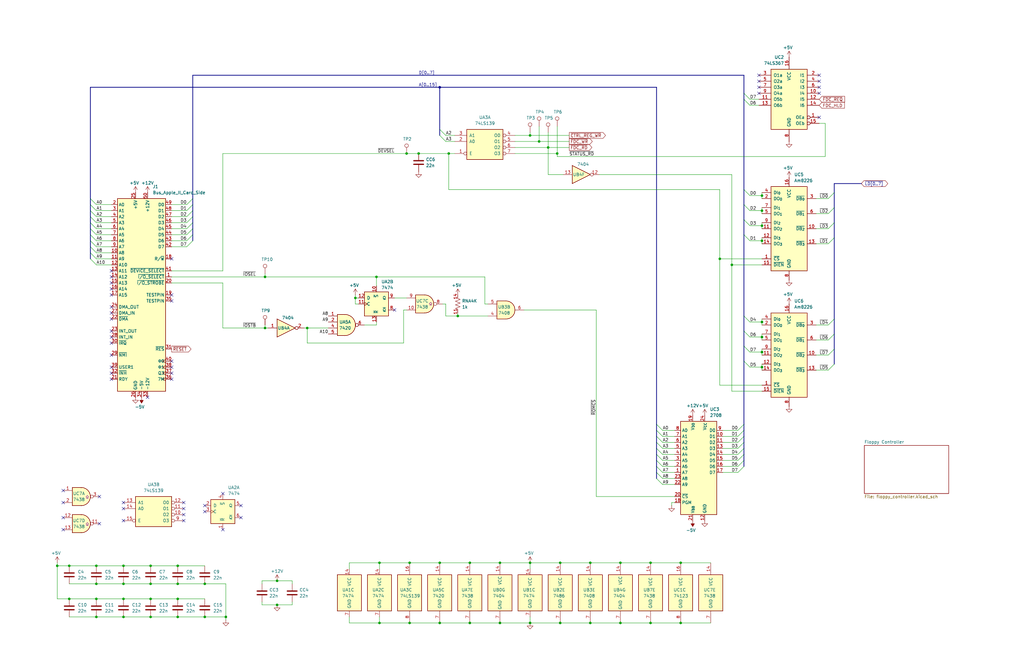
<source format=kicad_sch>
(kicad_sch (version 20250114) (generator "eeschema") (generator_version "9.0")
  (paper "USLedger")
  (title_block (title "S.V.A. Apple Disk Controller") (date "2026-01-05") (rev "9-007-001") (comment 2 "captured by Mark Aikens") (comment 3 "by Sorrento Valley Associates") (comment 4 "8\" Floppy disk controller for Apple II computers"))
  (junction (at 248.92 262.89))
  (junction (at 248.92 237.49))
  (junction (at 185.42 237.49))
  (junction (at 210.82 262.89))
  (junction (at 74.93 246.38))
  (junction (at 198.12 262.89))
  (junction (at 129.54 138.43))
  (junction (at 160.02 262.89))
  (junction (at 193.04 133.35))
  (junction (at 185.42 262.89))
  (junction (at 287.02 262.89))
  (junction (at 189.23 64.77))
  (junction (at 261.62 237.49))
  (junction (at 236.22 237.49))
  (junction (at 95.25 260.35))
  (junction (at 52.07 246.38))
  (junction (at 158.75 116.84))
  (junction (at 321.31 135.89))
  (junction (at 40.64 238.76))
  (junction (at 321.31 142.24))
  (junction (at 160.02 237.49))
  (junction (at 176.53 64.77))
  (junction (at 116.84 245.11))
  (junction (at 116.84 255.27))
  (junction (at 236.22 262.89))
  (junction (at 40.64 246.38))
  (junction (at 321.31 82.55))
  (junction (at 149.86 125.73))
  (junction (at 185.42 36.83))
  (junction (at 223.52 237.49))
  (junction (at 198.12 237.49))
  (junction (at 52.07 252.73))
  (junction (at 210.82 237.49))
  (junction (at 321.31 95.25))
  (junction (at 321.31 154.94))
  (junction (at 63.5 252.73))
  (junction (at 74.93 260.35))
  (junction (at 261.62 262.89))
  (junction (at 287.02 237.49))
  (junction (at 63.5 246.38))
  (junction (at 29.21 252.73))
  (junction (at 172.72 237.49))
  (junction (at 274.32 262.89))
  (junction (at 111.76 138.43))
  (junction (at 223.52 262.89))
  (junction (at 74.93 252.73))
  (junction (at 321.31 88.9))
  (junction (at 303.53 109.22))
  (junction (at 86.36 246.38))
  (junction (at 321.31 148.59))
  (junction (at 231.14 62.23))
  (junction (at 63.5 238.76))
  (junction (at 308.61 111.76))
  (junction (at 40.64 260.35))
  (junction (at 111.76 116.84))
  (junction (at 86.36 260.35))
  (junction (at 52.07 238.76))
  (junction (at 24.13 238.76))
  (junction (at 52.07 260.35))
  (junction (at 234.95 64.77))
  (junction (at 63.5 260.35))
  (junction (at 321.31 101.6))
  (junction (at 172.72 262.89))
  (junction (at 274.32 237.49))
  (junction (at 40.64 252.73))
  (junction (at 223.52 57.15))
  (junction (at 227.33 59.69))
  (junction (at 74.93 238.76))
  (junction (at 171.45 64.77))
  (junction (at 29.21 238.76))
  (no_connect (at 26.67 212.09))
  (no_connect (at 72.39 127))
  (no_connect (at 345.44 34.29))
  (no_connect (at 72.39 124.46))
  (no_connect (at 46.99 129.54))
  (no_connect (at 72.39 160.02))
  (no_connect (at 345.44 31.75))
  (no_connect (at 46.99 142.24))
  (no_connect (at 86.36 213.36))
  (no_connect (at 46.99 149.86))
  (no_connect (at 72.39 152.4))
  (no_connect (at 72.39 109.22))
  (no_connect (at 46.99 160.02))
  (no_connect (at 345.44 49.53))
  (no_connect (at 101.6 213.36))
  (no_connect (at 72.39 157.48))
  (no_connect (at 320.04 39.37))
  (no_connect (at 345.44 36.83))
  (no_connect (at 166.37 130.81))
  (no_connect (at 72.39 154.94))
  (no_connect (at 77.47 214.63))
  (no_connect (at 46.99 154.94))
  (no_connect (at 62.23 167.64))
  (no_connect (at 46.99 119.38))
  (no_connect (at 101.6 218.44))
  (no_connect (at 345.44 39.37))
  (no_connect (at 77.47 212.09))
  (no_connect (at 320.04 34.29))
  (no_connect (at 86.36 215.9))
  (no_connect (at 93.98 208.28))
  (no_connect (at 46.99 132.08))
  (no_connect (at 52.07 214.63))
  (no_connect (at 320.04 31.75))
  (no_connect (at 46.99 144.78))
  (no_connect (at 46.99 116.84))
  (no_connect (at 77.47 217.17))
  (no_connect (at 41.91 209.55))
  (no_connect (at 26.67 223.52))
  (no_connect (at 52.07 219.71))
  (no_connect (at 46.99 114.3))
  (no_connect (at 26.67 218.44))
  (no_connect (at 46.99 134.62))
  (no_connect (at 52.07 212.09))
  (no_connect (at 41.91 220.98))
  (no_connect (at 46.99 157.48))
  (no_connect (at 46.99 121.92))
  (no_connect (at 320.04 36.83))
  (no_connect (at 77.47 219.71))
  (no_connect (at 93.98 223.52))
  (no_connect (at 26.67 207.01))
  (no_connect (at 46.99 139.7))
  (no_connect (at 46.99 124.46))
  (bus_entry (at 279.4 201.93) (size -2.54 -2.54))
  (bus_entry (at 316.23 44.45) (size -2.54 -2.54))
  (bus_entry (at 349.25 83.82) (size 2.54 -2.54))
  (bus_entry (at 311.15 189.23) (size 2.54 -2.54))
  (bus_entry (at 316.23 95.25) (size -2.54 -2.54))
  (bus_entry (at 349.25 137.16) (size 2.54 -2.54))
  (bus_entry (at 279.4 181.61) (size -2.54 -2.54))
  (bus_entry (at 40.64 93.98) (size -2.54 -2.54))
  (bus_entry (at 40.64 106.68) (size -2.54 -2.54))
  (bus_entry (at 279.4 194.31) (size -2.54 -2.54))
  (bus_entry (at 349.25 156.21) (size 2.54 -2.54))
  (bus_entry (at 349.25 143.51) (size 2.54 -2.54))
  (bus_entry (at 311.15 184.15) (size 2.54 -2.54))
  (bus_entry (at 316.23 154.94) (size -2.54 -2.54))
  (bus_entry (at 316.23 41.91) (size -2.54 -2.54))
  (bus_entry (at 78.74 93.98) (size 2.54 -2.54))
  (bus_entry (at 316.23 82.55) (size -2.54 -2.54))
  (bus_entry (at 78.74 96.52) (size 2.54 -2.54))
  (bus_entry (at 316.23 101.6) (size -2.54 -2.54))
  (bus_entry (at 279.4 191.77) (size -2.54 -2.54))
  (bus_entry (at 78.74 99.06) (size 2.54 -2.54))
  (bus_entry (at 316.23 135.89) (size -2.54 -2.54))
  (bus_entry (at 40.64 109.22) (size -2.54 -2.54))
  (bus_entry (at 40.64 88.9) (size -2.54 -2.54))
  (bus_entry (at 311.15 199.39) (size 2.54 -2.54))
  (bus_entry (at 187.96 59.69) (size -2.54 -2.54))
  (bus_entry (at 311.15 196.85) (size 2.54 -2.54))
  (bus_entry (at 311.15 191.77) (size 2.54 -2.54))
  (bus_entry (at 311.15 181.61) (size 2.54 -2.54))
  (bus_entry (at 316.23 142.24) (size -2.54 -2.54))
  (bus_entry (at 40.64 91.44) (size -2.54 -2.54))
  (bus_entry (at 40.64 96.52) (size -2.54 -2.54))
  (bus_entry (at 349.25 96.52) (size 2.54 -2.54))
  (bus_entry (at 78.74 91.44) (size 2.54 -2.54))
  (bus_entry (at 279.4 184.15) (size -2.54 -2.54))
  (bus_entry (at 349.25 149.86) (size 2.54 -2.54))
  (bus_entry (at 40.64 101.6) (size -2.54 -2.54))
  (bus_entry (at 316.23 148.59) (size -2.54 -2.54))
  (bus_entry (at 187.96 57.15) (size -2.54 -2.54))
  (bus_entry (at 279.4 199.39) (size -2.54 -2.54))
  (bus_entry (at 349.25 102.87) (size 2.54 -2.54))
  (bus_entry (at 279.4 189.23) (size -2.54 -2.54))
  (bus_entry (at 40.64 111.76) (size -2.54 -2.54))
  (bus_entry (at 78.74 104.14) (size 2.54 -2.54))
  (bus_entry (at 78.74 86.36) (size 2.54 -2.54))
  (bus_entry (at 349.25 90.17) (size 2.54 -2.54))
  (bus_entry (at 78.74 101.6) (size 2.54 -2.54))
  (bus_entry (at 78.74 88.9) (size 2.54 -2.54))
  (bus_entry (at 279.4 196.85) (size -2.54 -2.54))
  (bus_entry (at 316.23 88.9) (size -2.54 -2.54))
  (bus_entry (at 40.64 104.14) (size -2.54 -2.54))
  (bus_entry (at 311.15 194.31) (size 2.54 -2.54))
  (bus_entry (at 311.15 186.69) (size 2.54 -2.54))
  (bus_entry (at 279.4 186.69) (size -2.54 -2.54))
  (bus_entry (at 40.64 86.36) (size -2.54 -2.54))
  (bus_entry (at 279.4 204.47) (size -2.54 -2.54))
  (bus_entry (at 40.64 99.06) (size -2.54 -2.54))
  (wire (pts (xy 251.46 130.81) (xy 251.46 209.55)))
  (wire (pts (xy 344.17 90.17) (xy 349.25 90.17)))
  (wire (pts (xy 40.64 238.76) (xy 52.07 238.76)))
  (wire (pts (xy 93.98 114.3) (xy 72.39 114.3)))
  (wire (pts (xy 193.04 133.35) (xy 205.74 133.35)))
  (wire (pts (xy 304.8 184.15) (xy 311.15 184.15)))
  (wire (pts (xy 240.03 59.69) (xy 227.33 59.69)))
  (bus (pts (xy 81.28 93.98) (xy 81.28 91.44)))
  (wire (pts (xy 95.25 260.35) (xy 95.25 261.62)))
  (bus (pts (xy 351.79 93.98) (xy 351.79 100.33)))
  (bus (pts (xy 81.28 88.9) (xy 81.28 86.36)))
  (bus (pts (xy 185.42 36.83) (xy 276.86 36.83)))
  (bus (pts (xy 276.86 184.15) (xy 276.86 186.69)))
  (wire (pts (xy 24.13 252.73) (xy 24.13 238.76)))
  (wire (pts (xy 316.23 142.24) (xy 321.31 142.24)))
  (wire (pts (xy 227.33 53.34) (xy 227.33 59.69)))
  (bus (pts (xy 313.69 41.91) (xy 313.69 80.01)))
  (bus (pts (xy 313.69 31.75) (xy 313.69 39.37)))
  (wire (pts (xy 251.46 209.55) (xy 284.48 209.55)))
  (wire (pts (xy 240.03 62.23) (xy 231.14 62.23)))
  (wire (pts (xy 344.17 102.87) (xy 349.25 102.87)))
  (bus (pts (xy 351.79 147.32) (xy 351.79 153.67)))
  (wire (pts (xy 74.93 238.76) (xy 86.36 238.76)))
  (wire (pts (xy 149.86 125.73) (xy 151.13 125.73)))
  (wire (pts (xy 279.4 184.15) (xy 284.48 184.15)))
  (wire (pts (xy 116.84 255.27) (xy 110.49 255.27)))
  (wire (pts (xy 40.64 99.06) (xy 46.99 99.06)))
  (bus (pts (xy 276.86 36.83) (xy 276.86 179.07)))
  (wire (pts (xy 217.17 59.69) (xy 227.33 59.69)))
  (wire (pts (xy 344.17 156.21) (xy 349.25 156.21)))
  (wire (pts (xy 303.53 109.22) (xy 321.31 109.22)))
  (wire (pts (xy 160.02 260.35) (xy 160.02 262.89)))
  (bus (pts (xy 276.86 191.77) (xy 276.86 194.31)))
  (wire (pts (xy 187.96 133.35) (xy 187.96 128.27)))
  (wire (pts (xy 304.8 196.85) (xy 311.15 196.85)))
  (wire (pts (xy 321.31 82.55) (xy 321.31 83.82)))
  (bus (pts (xy 38.1 93.98) (xy 38.1 96.52)))
  (wire (pts (xy 347.98 66.04) (xy 347.98 52.07)))
  (wire (pts (xy 40.64 260.35) (xy 52.07 260.35)))
  (bus (pts (xy 276.86 194.31) (xy 276.86 196.85)))
  (wire (pts (xy 40.64 106.68) (xy 46.99 106.68)))
  (wire (pts (xy 149.86 125.73) (xy 149.86 128.27)))
  (wire (pts (xy 347.98 52.07) (xy 345.44 52.07)))
  (wire (pts (xy 279.4 204.47) (xy 284.48 204.47)))
  (wire (pts (xy 74.93 246.38) (xy 86.36 246.38)))
  (wire (pts (xy 321.31 101.6) (xy 321.31 102.87)))
  (wire (pts (xy 111.76 137.16) (xy 111.76 138.43)))
  (wire (pts (xy 123.19 254) (xy 123.19 255.27)))
  (bus (pts (xy 81.28 96.52) (xy 81.28 93.98)))
  (bus (pts (xy 313.69 92.71) (xy 313.69 99.06)))
  (wire (pts (xy 223.52 55.88) (xy 223.52 57.15)))
  (bus (pts (xy 313.69 191.77) (xy 313.69 194.31)))
  (wire (pts (xy 158.75 116.84) (xy 204.47 116.84)))
  (bus (pts (xy 351.79 140.97) (xy 351.79 147.32)))
  (bus (pts (xy 185.42 36.83) (xy 185.42 54.61)))
  (bus (pts (xy 81.28 99.06) (xy 81.28 96.52)))
  (wire (pts (xy 316.23 95.25) (xy 321.31 95.25)))
  (wire (pts (xy 110.49 245.11) (xy 110.49 246.38)))
  (wire (pts (xy 204.47 116.84) (xy 204.47 128.27)))
  (wire (pts (xy 111.76 115.57) (xy 111.76 116.84)))
  (wire (pts (xy 321.31 140.97) (xy 321.31 142.24)))
  (bus (pts (xy 351.79 134.62) (xy 351.79 140.97)))
  (wire (pts (xy 123.19 255.27) (xy 116.84 255.27)))
  (wire (pts (xy 344.17 149.86) (xy 349.25 149.86)))
  (wire (pts (xy 40.64 93.98) (xy 46.99 93.98)))
  (wire (pts (xy 223.52 237.49) (xy 223.52 240.03)))
  (wire (pts (xy 308.61 73.66) (xy 308.61 111.76)))
  (wire (pts (xy 24.13 237.49) (xy 24.13 238.76)))
  (wire (pts (xy 123.19 245.11) (xy 123.19 246.38)))
  (wire (pts (xy 321.31 148.59) (xy 321.31 147.32)))
  (wire (pts (xy 72.39 104.14) (xy 78.74 104.14)))
  (wire (pts (xy 93.98 138.43) (xy 111.76 138.43)))
  (wire (pts (xy 279.4 181.61) (xy 284.48 181.61)))
  (wire (pts (xy 321.31 100.33) (xy 321.31 101.6)))
  (bus (pts (xy 351.79 81.28) (xy 351.79 87.63)))
  (wire (pts (xy 344.17 96.52) (xy 349.25 96.52)))
  (wire (pts (xy 321.31 134.62) (xy 321.31 135.89)))
  (wire (pts (xy 63.5 252.73) (xy 74.93 252.73)))
  (wire (pts (xy 234.95 64.77) (xy 217.17 64.77)))
  (wire (pts (xy 316.23 88.9) (xy 321.31 88.9)))
  (wire (pts (xy 40.64 252.73) (xy 52.07 252.73)))
  (wire (pts (xy 234.95 66.04) (xy 347.98 66.04)))
  (wire (pts (xy 321.31 148.59) (xy 321.31 149.86)))
  (wire (pts (xy 261.62 237.49) (xy 248.92 237.49)))
  (wire (pts (xy 223.52 262.89) (xy 210.82 262.89)))
  (wire (pts (xy 185.42 262.89) (xy 172.72 262.89)))
  (wire (pts (xy 252.73 73.66) (xy 308.61 73.66)))
  (wire (pts (xy 40.64 88.9) (xy 46.99 88.9)))
  (wire (pts (xy 299.72 237.49) (xy 287.02 237.49)))
  (wire (pts (xy 128.27 138.43) (xy 129.54 138.43)))
  (wire (pts (xy 86.36 246.38) (xy 95.25 246.38)))
  (wire (pts (xy 186.69 128.27) (xy 187.96 128.27)))
  (wire (pts (xy 321.31 95.25) (xy 321.31 96.52)))
  (wire (pts (xy 170.18 130.81) (xy 170.18 144.78)))
  (wire (pts (xy 321.31 93.98) (xy 321.31 95.25)))
  (wire (pts (xy 274.32 237.49) (xy 261.62 237.49)))
  (wire (pts (xy 279.4 189.23) (xy 284.48 189.23)))
  (bus (pts (xy 38.1 86.36) (xy 38.1 88.9)))
  (bus (pts (xy 313.69 133.35) (xy 313.69 139.7)))
  (wire (pts (xy 220.98 130.81) (xy 251.46 130.81)))
  (wire (pts (xy 29.21 252.73) (xy 24.13 252.73)))
  (wire (pts (xy 160.02 237.49) (xy 147.32 237.49)))
  (bus (pts (xy 276.86 196.85) (xy 276.86 199.39)))
  (wire (pts (xy 279.4 201.93) (xy 284.48 201.93)))
  (wire (pts (xy 279.4 186.69) (xy 284.48 186.69)))
  (wire (pts (xy 187.96 59.69) (xy 191.77 59.69)))
  (wire (pts (xy 274.32 262.89) (xy 261.62 262.89)))
  (bus (pts (xy 81.28 91.44) (xy 81.28 88.9)))
  (wire (pts (xy 86.36 260.35) (xy 95.25 260.35)))
  (wire (pts (xy 279.4 191.77) (xy 284.48 191.77)))
  (bus (pts (xy 81.28 86.36) (xy 81.28 83.82)))
  (wire (pts (xy 95.25 246.38) (xy 95.25 260.35)))
  (wire (pts (xy 93.98 64.77) (xy 93.98 114.3)))
  (bus (pts (xy 276.86 181.61) (xy 276.86 184.15)))
  (wire (pts (xy 189.23 64.77) (xy 191.77 64.77)))
  (bus (pts (xy 38.1 104.14) (xy 38.1 106.68)))
  (wire (pts (xy 40.64 246.38) (xy 52.07 246.38)))
  (wire (pts (xy 304.8 181.61) (xy 311.15 181.61)))
  (bus (pts (xy 38.1 96.52) (xy 38.1 99.06)))
  (wire (pts (xy 316.23 154.94) (xy 321.31 154.94)))
  (wire (pts (xy 321.31 154.94) (xy 321.31 153.67)))
  (wire (pts (xy 93.98 119.38) (xy 93.98 138.43)))
  (wire (pts (xy 316.23 41.91) (xy 320.04 41.91)))
  (wire (pts (xy 40.64 104.14) (xy 46.99 104.14)))
  (wire (pts (xy 158.75 135.89) (xy 158.75 137.16)))
  (wire (pts (xy 308.61 111.76) (xy 321.31 111.76)))
  (wire (pts (xy 204.47 128.27) (xy 205.74 128.27)))
  (wire (pts (xy 116.84 245.11) (xy 123.19 245.11)))
  (bus (pts (xy 313.69 39.37) (xy 313.69 41.91)))
  (bus (pts (xy 313.69 80.01) (xy 313.69 86.36)))
  (wire (pts (xy 210.82 237.49) (xy 198.12 237.49)))
  (wire (pts (xy 236.22 262.89) (xy 223.52 262.89)))
  (wire (pts (xy 187.96 57.15) (xy 191.77 57.15)))
  (bus (pts (xy 276.86 179.07) (xy 276.86 181.61)))
  (wire (pts (xy 72.39 101.6) (xy 78.74 101.6)))
  (bus (pts (xy 313.69 146.05) (xy 313.69 152.4)))
  (wire (pts (xy 40.64 91.44) (xy 46.99 91.44)))
  (wire (pts (xy 40.64 96.52) (xy 46.99 96.52)))
  (wire (pts (xy 72.39 99.06) (xy 78.74 99.06)))
  (wire (pts (xy 110.49 245.11) (xy 116.84 245.11)))
  (wire (pts (xy 74.93 260.35) (xy 86.36 260.35)))
  (wire (pts (xy 321.31 88.9) (xy 321.31 90.17)))
  (bus (pts (xy 351.79 77.47) (xy 351.79 81.28)))
  (bus (pts (xy 38.1 99.06) (xy 38.1 101.6)))
  (wire (pts (xy 63.5 238.76) (xy 74.93 238.76)))
  (bus (pts (xy 351.79 100.33) (xy 351.79 134.62)))
  (bus (pts (xy 313.69 181.61) (xy 313.69 184.15)))
  (wire (pts (xy 303.53 162.56) (xy 321.31 162.56)))
  (bus (pts (xy 276.86 186.69) (xy 276.86 189.23)))
  (wire (pts (xy 129.54 138.43) (xy 138.43 138.43)))
  (wire (pts (xy 304.8 189.23) (xy 311.15 189.23)))
  (bus (pts (xy 185.42 54.61) (xy 185.42 57.15)))
  (wire (pts (xy 198.12 237.49) (xy 185.42 237.49)))
  (wire (pts (xy 40.64 101.6) (xy 46.99 101.6)))
  (bus (pts (xy 38.1 88.9) (xy 38.1 91.44)))
  (bus (pts (xy 363.22 77.47) (xy 351.79 77.47)))
  (wire (pts (xy 321.31 154.94) (xy 321.31 156.21)))
  (wire (pts (xy 187.96 133.35) (xy 193.04 133.35)))
  (bus (pts (xy 38.1 83.82) (xy 38.1 86.36)))
  (wire (pts (xy 147.32 237.49) (xy 147.32 240.03)))
  (wire (pts (xy 158.75 116.84) (xy 158.75 120.65)))
  (bus (pts (xy 313.69 99.06) (xy 313.69 133.35)))
  (wire (pts (xy 198.12 262.89) (xy 185.42 262.89)))
  (wire (pts (xy 316.23 101.6) (xy 321.31 101.6)))
  (wire (pts (xy 111.76 138.43) (xy 113.03 138.43)))
  (wire (pts (xy 52.07 260.35) (xy 63.5 260.35)))
  (wire (pts (xy 279.4 199.39) (xy 284.48 199.39)))
  (wire (pts (xy 171.45 64.77) (xy 176.53 64.77)))
  (bus (pts (xy 38.1 106.68) (xy 38.1 109.22)))
  (wire (pts (xy 248.92 262.89) (xy 236.22 262.89)))
  (wire (pts (xy 279.4 194.31) (xy 284.48 194.31)))
  (bus (pts (xy 276.86 189.23) (xy 276.86 191.77)))
  (wire (pts (xy 160.02 237.49) (xy 160.02 240.03)))
  (bus (pts (xy 38.1 36.83) (xy 38.1 83.82)))
  (wire (pts (xy 304.8 194.31) (xy 311.15 194.31)))
  (wire (pts (xy 321.31 87.63) (xy 321.31 88.9)))
  (wire (pts (xy 29.21 246.38) (xy 40.64 246.38)))
  (wire (pts (xy 344.17 143.51) (xy 349.25 143.51)))
  (wire (pts (xy 299.72 262.89) (xy 287.02 262.89)))
  (wire (pts (xy 72.39 91.44) (xy 78.74 91.44)))
  (wire (pts (xy 40.64 86.36) (xy 46.99 86.36)))
  (wire (pts (xy 74.93 252.73) (xy 86.36 252.73)))
  (wire (pts (xy 111.76 116.84) (xy 158.75 116.84)))
  (wire (pts (xy 316.23 148.59) (xy 321.31 148.59)))
  (wire (pts (xy 316.23 82.55) (xy 321.31 82.55)))
  (wire (pts (xy 304.8 199.39) (xy 311.15 199.39)))
  (wire (pts (xy 189.23 80.01) (xy 189.23 64.77)))
  (wire (pts (xy 316.23 44.45) (xy 320.04 44.45)))
  (wire (pts (xy 248.92 237.49) (xy 236.22 237.49)))
  (wire (pts (xy 321.31 142.24) (xy 321.31 143.51)))
  (wire (pts (xy 283.21 212.09) (xy 283.21 213.36)))
  (wire (pts (xy 236.22 237.49) (xy 223.52 237.49)))
  (wire (pts (xy 308.61 111.76) (xy 308.61 165.1)))
  (wire (pts (xy 72.39 88.9) (xy 78.74 88.9)))
  (wire (pts (xy 217.17 62.23) (xy 231.14 62.23)))
  (bus (pts (xy 313.69 139.7) (xy 313.69 146.05)))
  (wire (pts (xy 52.07 238.76) (xy 63.5 238.76)))
  (wire (pts (xy 29.21 238.76) (xy 40.64 238.76)))
  (bus (pts (xy 313.69 186.69) (xy 313.69 189.23)))
  (wire (pts (xy 303.53 109.22) (xy 303.53 162.56)))
  (bus (pts (xy 313.69 152.4) (xy 313.69 179.07)))
  (wire (pts (xy 149.86 128.27) (xy 151.13 128.27)))
  (wire (pts (xy 231.14 62.23) (xy 231.14 55.88)))
  (wire (pts (xy 287.02 262.89) (xy 274.32 262.89)))
  (wire (pts (xy 72.39 119.38) (xy 93.98 119.38)))
  (bus (pts (xy 276.86 199.39) (xy 276.86 201.93)))
  (wire (pts (xy 52.07 246.38) (xy 63.5 246.38)))
  (wire (pts (xy 170.18 130.81) (xy 171.45 130.81)))
  (wire (pts (xy 72.39 86.36) (xy 78.74 86.36)))
  (wire (pts (xy 316.23 135.89) (xy 321.31 135.89)))
  (bus (pts (xy 81.28 101.6) (xy 81.28 99.06)))
  (wire (pts (xy 321.31 81.28) (xy 321.31 82.55)))
  (bus (pts (xy 313.69 184.15) (xy 313.69 186.69)))
  (wire (pts (xy 193.04 132.08) (xy 193.04 133.35)))
  (wire (pts (xy 52.07 252.73) (xy 63.5 252.73)))
  (wire (pts (xy 210.82 262.89) (xy 198.12 262.89)))
  (wire (pts (xy 166.37 125.73) (xy 171.45 125.73)))
  (wire (pts (xy 344.17 137.16) (xy 349.25 137.16)))
  (wire (pts (xy 129.54 138.43) (xy 129.54 144.78)))
  (wire (pts (xy 284.48 212.09) (xy 283.21 212.09)))
  (wire (pts (xy 223.52 57.15) (xy 240.03 57.15)))
  (wire (pts (xy 63.5 246.38) (xy 74.93 246.38)))
  (wire (pts (xy 172.72 237.49) (xy 160.02 237.49)))
  (wire (pts (xy 72.39 93.98) (xy 78.74 93.98)))
  (wire (pts (xy 29.21 238.76) (xy 24.13 238.76)))
  (wire (pts (xy 279.4 196.85) (xy 284.48 196.85)))
  (wire (pts (xy 303.53 80.01) (xy 189.23 80.01)))
  (wire (pts (xy 172.72 262.89) (xy 160.02 262.89)))
  (wire (pts (xy 287.02 237.49) (xy 274.32 237.49)))
  (bus (pts (xy 81.28 83.82) (xy 81.28 31.75)))
  (bus (pts (xy 38.1 101.6) (xy 38.1 104.14)))
  (bus (pts (xy 313.69 179.07) (xy 313.69 181.61)))
  (wire (pts (xy 110.49 255.27) (xy 110.49 254)))
  (wire (pts (xy 234.95 66.04) (xy 234.95 64.77)))
  (bus (pts (xy 313.69 86.36) (xy 313.69 92.71)))
  (wire (pts (xy 231.14 73.66) (xy 237.49 73.66)))
  (wire (pts (xy 185.42 237.49) (xy 172.72 237.49)))
  (wire (pts (xy 223.52 237.49) (xy 210.82 237.49)))
  (wire (pts (xy 234.95 53.34) (xy 234.95 64.77)))
  (wire (pts (xy 29.21 252.73) (xy 40.64 252.73)))
  (wire (pts (xy 129.54 144.78) (xy 170.18 144.78)))
  (wire (pts (xy 304.8 191.77) (xy 311.15 191.77)))
  (wire (pts (xy 231.14 62.23) (xy 231.14 73.66)))
  (wire (pts (xy 147.32 262.89) (xy 147.32 260.35)))
  (bus (pts (xy 313.69 189.23) (xy 313.69 191.77)))
  (wire (pts (xy 160.02 262.89) (xy 147.32 262.89)))
  (wire (pts (xy 261.62 262.89) (xy 248.92 262.89)))
  (wire (pts (xy 321.31 135.89) (xy 321.31 137.16)))
  (wire (pts (xy 149.86 124.46) (xy 149.86 125.73)))
  (wire (pts (xy 72.39 116.84) (xy 111.76 116.84)))
  (wire (pts (xy 40.64 111.76) (xy 46.99 111.76)))
  (wire (pts (xy 176.53 64.77) (xy 189.23 64.77)))
  (wire (pts (xy 153.67 137.16) (xy 158.75 137.16)))
  (wire (pts (xy 321.31 165.1) (xy 308.61 165.1)))
  (wire (pts (xy 40.64 109.22) (xy 46.99 109.22)))
  (wire (pts (xy 223.52 260.35) (xy 223.52 262.89)))
  (wire (pts (xy 93.98 64.77) (xy 171.45 64.77)))
  (wire (pts (xy 63.5 260.35) (xy 74.93 260.35)))
  (wire (pts (xy 344.17 83.82) (xy 349.25 83.82)))
  (wire (pts (xy 304.8 186.69) (xy 311.15 186.69)))
  (wire (pts (xy 217.17 57.15) (xy 223.52 57.15)))
  (bus (pts (xy 351.79 87.63) (xy 351.79 93.98)))
  (wire (pts (xy 303.53 109.22) (xy 303.53 80.01)))
  (bus (pts (xy 313.69 194.31) (xy 313.69 196.85)))
  (wire (pts (xy 72.39 96.52) (xy 78.74 96.52)))
  (wire (pts (xy 29.21 260.35) (xy 40.64 260.35)))
  (bus (pts (xy 38.1 36.83) (xy 185.42 36.83)))
  (bus (pts (xy 81.28 31.75) (xy 313.69 31.75)))
  (bus (pts (xy 38.1 91.44) (xy 38.1 93.98)))
  (label "A1" (at 279.4 184.15 0))
  (label "D6" (at 78.74 101.6 180))
  (label "D2" (at 78.74 91.44 180))
  (label "A3" (at 40.64 93.98 0))
  (label "A9" (at 138.43 135.89 180))
  (label "A8" (at 138.43 133.35 180))
  (label "A7" (at 40.64 104.14 0))
  (label "D0" (at 316.23 82.55 0))
  (label "A4" (at 279.4 191.77 0))
  (label "D7" (at 311.15 199.39 180))
  (label "~{IOSTB}" (at 107.95 138.43 180))
  (label "A9" (at 40.64 109.22 0))
  (label "D2" (at 311.15 186.69 180))
  (label "D3" (at 316.23 95.25 0))
  (label "D6" (at 311.15 196.85 180))
  (label "~{ROMCS}" (at 251.46 175.26 90))
  (label "~{LD1}" (at 349.25 102.87 180))
  (label "D4" (at 78.74 96.52 180))
  (label "A8" (at 40.64 106.68 0))
  (label "~{DEVSEL}" (at 166.37 64.77 180))
  (label "A6" (at 40.64 101.6 0))
  (label "A8" (at 279.4 201.93 0))
  (label "A6" (at 279.4 196.85 0))
  (label "D1" (at 316.23 101.6 0))
  (label "A1" (at 40.64 88.9 0))
  (label "A2" (at 187.96 57.15 0))
  (label "~{LD0}" (at 349.25 83.82 180))
  (label "D5" (at 78.74 99.06 180))
  (label "D3" (at 311.15 189.23 180))
  (label "D4" (at 316.23 135.89 0))
  (label "D6" (at 316.23 44.45 0))
  (label "A0" (at 279.4 181.61 0))
  (label "~{STATUS_RD}" (at 240.03 66.04 0))
  (label "D[0..7]" (at 176.53 31.75 0))
  (label "~{LD6}" (at 349.25 143.51 180))
  (label "A5" (at 40.64 99.06 0))
  (label "D0" (at 78.74 86.36 180))
  (label "A10" (at 40.64 111.76 0))
  (label "A10" (at 138.43 140.97 180))
  (label "A2" (at 40.64 91.44 0))
  (label "D7" (at 316.23 148.59 0))
  (label "A9" (at 279.4 204.47 0))
  (label "D7" (at 78.74 104.14 180))
  (label "A5" (at 279.4 194.31 0))
  (label "A0" (at 40.64 86.36 0))
  (label "A3" (at 187.96 59.69 0))
  (label "~{LD3}" (at 349.25 96.52 180))
  (label "A[0..15]" (at 176.53 36.83 0))
  (label "D1" (at 311.15 184.15 180))
  (label "~{LD7}" (at 349.25 149.86 180))
  (label "~{LD4}" (at 349.25 137.16 180))
  (label "D4" (at 311.15 191.77 180))
  (label "~{LD5}" (at 349.25 156.21 180))
  (label "A2" (at 279.4 186.69 0))
  (label "D1" (at 78.74 88.9 180))
  (label "D5" (at 311.15 194.31 180))
  (label "A7" (at 279.4 199.39 0))
  (label "~{IOSEL}" (at 107.95 116.84 180))
  (label "A4" (at 40.64 96.52 0))
  (label "A3" (at 279.4 189.23 0))
  (label "~{LD2}" (at 349.25 90.17 180))
  (label "D3" (at 78.74 93.98 180))
  (label "D7" (at 316.23 41.91 0))
  (label "D0" (at 311.15 181.61 180))
  (label "D2" (at 316.23 88.9 0))
  (label "D6" (at 316.23 142.24 0))
  (label "D5" (at 316.23 154.94 0))
  (global_label "~{FDC_REQ}" (shape input) (at 345.44 41.91 0) (property "Intersheetrefs" "${INTERSHEET_REFS}" (effects (hide yes))))
  (global_label "FDC_HLD" (shape input) (at 345.44 44.45 0) (property "Intersheetrefs" "${INTERSHEET_REFS}" (effects (hide yes))))
  (global_label "~{LD[0..7]}" (shape bidirectional) (at 363.22 77.47 0) (property "Intersheetrefs" "${INTERSHEET_REFS}" (effects (hide yes))))
  (global_label "~{RESET}" (shape output) (at 72.39 147.32 0) (property "Intersheetrefs" "${INTERSHEET_REFS}" (effects (hide yes))))
  (global_label "~{FDC_WR}" (shape output) (at 240.03 59.69 0) (property "Intersheetrefs" "${INTERSHEET_REFS}" (effects (hide yes))))
  (global_label "~{CTRL_REG_WR}" (shape output) (at 240.03 57.15 0) (property "Intersheetrefs" "${INTERSHEET_REFS}" (effects (hide yes))))
  (global_label "~{FDC_RD}" (shape output) (at 240.03 62.23 0) (property "Intersheetrefs" "${INTERSHEET_REFS}" (effects (hide yes))))
  (symbol (lib_id "power:-5V") (at 292.1 219.71 180) (unit 1)
    (property "Reference" "#PWR019" (effects (hide yes)))
    (property "Value" "-5V" (at 291.338 223.774 0))
    (property "Description" "Power symbol creates a global label with name \"-5V\"" (effects (hide yes)))
  )
  (symbol (lib_id "74xx:74LS04") (at 245.11 73.66 0) (unit 6)
    (property "Reference" "UB4" (at 244.094 73.66 0))
    (property "Value" "7404" (at 245.872 69.342 0))
    (property "Datasheet" "http://www.ti.com/lit/gpn/sn74LS04" (effects (hide yes)))
    (property "Description" "Hex Inverter" (effects (hide yes)))
  )
  (symbol (lib_id "Connector:TestPoint") (at 111.76 115.57 0) (unit 1)
    (property "Reference" "TP10" (at 110.236 109.474 0) (effects (justify left)))
    (property "Value" "TestPoint" (effects (hide yes)))
    (property "Description" "test point" (effects (hide yes)))
  )
  (symbol (lib_id "Device:C") (at 74.93 256.54 0) (unit 1)
    (property "Reference" "C14" (at 78.486 255.27 0) (effects (justify left)))
    (property "Value" "22n" (at 78.486 257.81 0) (effects (justify left)))
    (property "Description" "Unpolarized capacitor" (effects (hide yes)))
  )
  (symbol (lib_id "74xx:74LS04") (at 120.65 138.43 0) (unit 1)
    (property "Reference" "UB4" (at 119.634 138.43 0))
    (property "Value" "7404" (at 121.412 134.112 0))
    (property "Datasheet" "http://www.ti.com/lit/gpn/sn74LS04" (effects (hide yes)))
    (property "Description" "Hex Inverter" (effects (hide yes)))
  )
  (symbol (lib_id "Device:C") (at 123.19 250.19 0) (unit 1)
    (property "Reference" "CC4" (at 126.238 248.92 0) (effects (justify left)))
    (property "Value" "22n" (at 126.238 251.46 0) (effects (justify left)))
    (property "Description" "Unpolarized capacitor" (effects (hide yes)))
  )
  (symbol (lib_id "74xx:74LS38") (at 179.07 128.27 0) (unit 3)
    (property "Reference" "UC7" (at 178.054 127 0))
    (property "Value" "7438" (at 178.054 129.54 0))
    (property "Datasheet" "http://www.ti.com/lit/gpn/sn74LS38" (effects (hide yes)))
    (property "Description" "Quad Buffer 2-input NAND Open collector" (effects (hide yes)))
    (property "Output" "⍚" (at 181.61 128.016 0))
  )
  (symbol (lib_id "power:GND") (at 116.84 255.27 0) (unit 1)
    (property "Reference" "#PWR07" (effects (hide yes)))
    (property "Value" "GND" (effects (hide yes)))
    (property "Description" "Power symbol creates a global label with name \"GND\" , ground" (effects (hide yes)))
  )
  (symbol (lib_id "Device:C") (at 40.64 242.57 0) (unit 1)
    (property "Reference" "C5" (at 44.196 241.3 0) (effects (justify left)))
    (property "Value" "22n" (at 44.196 243.84 0) (effects (justify left)))
    (property "Description" "Unpolarized capacitor" (effects (hide yes)))
  )
  (symbol (lib_id "Device:C") (at 52.07 242.57 0) (unit 1)
    (property "Reference" "C6" (at 55.626 241.3 0) (effects (justify left)))
    (property "Value" "22n" (at 55.626 243.84 0) (effects (justify left)))
    (property "Description" "Unpolarized capacitor" (effects (hide yes)))
  )
  (symbol (lib_id "74xx:74LS367") (at 332.74 41.91 0) (mirror y) (unit 1)
    (property "Reference" "UC2" (at 330.5967 24.13 0) (effects (justify left)))
    (property "Value" "74LS367" (at 330.5967 26.67 0) (effects (justify left)))
    (property "Datasheet" "http://www.ti.com/lit/gpn/sn74LS367" (effects (hide yes)))
    (property "Description" "Hex Bus Driver 3-state outputs" (effects (hide yes)))
  )
  (symbol (lib_id "Device:C") (at 29.21 242.57 0) (unit 1)
    (property "Reference" "C4" (at 32.766 241.3 0) (effects (justify left)))
    (property "Value" "22n" (at 32.766 243.84 0) (effects (justify left)))
    (property "Description" "Unpolarized capacitor" (effects (hide yes)))
  )
  (symbol (lib_id "power:+5V") (at 57.15 81.28 0) (unit 1)
    (property "Reference" "#PWR01" (effects (hide yes)))
    (property "Value" "+5V" (at 56.642 77.216 0))
    (property "Description" "Power symbol creates a global label with name \"+5V\"" (effects (hide yes)))
  )
  (symbol (lib_id "74xx:74LS139") (at 204.47 59.69 0) (unit 1)
    (property "Reference" "UA3" (at 204.47 49.53 0))
    (property "Value" "74LS139" (at 204.47 52.07 0))
    (property "Datasheet" "http://www.ti.com/lit/ds/symlink/sn74ls139a.pdf" (effects (hide yes)))
    (property "Description" "Dual Decoder 1 of 4, Active low outputs" (effects (hide yes)))
  )
  (symbol (lib_id "74xx:74LS74") (at 93.98 215.9 0) (unit 1)
    (property "Reference" "UA2" (at 96.1233 205.74 0) (effects (justify left)))
    (property "Value" "7474" (at 96.1233 208.28 0) (effects (justify left)))
    (property "Datasheet" "74xx/74hc_hct74.pdf" (effects (hide yes)))
    (property "Description" "Dual D Flip-flop, Set & Reset" (effects (hide yes)))
  )
  (symbol (lib_id "Device:C") (at 63.5 256.54 0) (unit 1)
    (property "Reference" "C13" (at 67.056 255.27 0) (effects (justify left)))
    (property "Value" "22n" (at 67.056 257.81 0) (effects (justify left)))
    (property "Description" "Unpolarized capacitor" (effects (hide yes)))
  )
  (symbol (lib_id "power:GND") (at 57.15 167.64 0) (unit 1)
    (property "Reference" "#PWR02" (effects (hide yes)))
    (property "Value" "GND" (effects (hide yes)))
    (property "Description" "Power symbol creates a global label with name \"GND\" , ground" (effects (hide yes)))
  )
  (symbol (lib_id "Connector:TestPoint") (at 171.45 64.77 0) (unit 1)
    (property "Reference" "TP2" (at 169.926 58.674 0) (effects (justify left)))
    (property "Value" "TestPoint" (effects (hide yes)))
    (property "Description" "test point" (effects (hide yes)))
  )
  (symbol (lib_id "Device:C") (at 110.49 250.19 0) (unit 1)
    (property "Reference" "CC3" (at 113.538 248.92 0) (effects (justify left)))
    (property "Value" "22n" (at 113.538 251.46 0) (effects (justify left)))
    (property "Description" "Unpolarized capacitor" (effects (hide yes)))
  )
  (symbol (lib_id "74xx:74LS139") (at 64.77 214.63 0) (unit 2)
    (property "Reference" "UA3" (at 64.77 204.47 0))
    (property "Value" "74LS139" (at 64.77 207.01 0))
    (property "Datasheet" "http://www.ti.com/lit/ds/symlink/sn74ls139a.pdf" (effects (hide yes)))
    (property "Description" "Dual Decoder 1 of 4, Active low outputs" (effects (hide yes)))
  )
  (symbol (lib_id "Connector:TestPoint") (at 234.95 53.34 0) (unit 1)
    (property "Reference" "TP6" (at 233.426 47.244 0) (effects (justify left)))
    (property "Value" "TestPoint" (effects (hide yes)))
    (property "Description" "test point" (effects (hide yes)))
  )
  (symbol (lib_id "power:+5V") (at 223.52 237.49 0) (unit 1)
    (property "Reference" "#PWR010" (effects (hide yes)))
    (property "Value" "+5V" (at 223.012 233.426 0))
    (property "Description" "Power symbol creates a global label with name \"+5V\"" (effects (hide yes)))
  )
  (symbol (lib_id "74xx:74LS38") (at 34.29 209.55 0) (unit 1)
    (property "Reference" "UC7" (at 33.274 208.28 0))
    (property "Value" "7438" (at 33.274 210.82 0))
    (property "Datasheet" "http://www.ti.com/lit/gpn/sn74LS38" (effects (hide yes)))
    (property "Description" "Quad Buffer 2-input NAND Open collector" (effects (hide yes)))
    (property "Output" "⍚" (at 36.83 209.55 0))
  )
  (symbol (lib_id "74xx:74LS04") (at 210.82 250.19 0) (unit 7)
    (property "Reference" "UB0" (at 207.772 248.92 0) (effects (justify left)))
    (property "Value" "7404" (at 207.772 251.46 0) (effects (justify left)))
    (property "Datasheet" "http://www.ti.com/lit/gpn/sn74LS04" (effects (hide yes)))
    (property "Description" "Hex Inverter" (effects (hide yes)))
  )
  (symbol (lib_id "power:+5V") (at 149.86 124.46 0) (unit 1)
    (property "Reference" "#PWR018" (effects (hide yes)))
    (property "Value" "+5V" (at 149.352 120.396 0))
    (property "Description" "Power symbol creates a global label with name \"+5V\"" (effects (hide yes)))
  )
  (symbol (lib_id "Device:C") (at 86.36 256.54 0) (unit 1)
    (property "Reference" "C15" (at 89.916 255.27 0) (effects (justify left)))
    (property "Value" "22n" (at 89.916 257.81 0) (effects (justify left)))
    (property "Description" "Unpolarized capacitor" (effects (hide yes)))
  )
  (symbol (lib_id "74xx:74LS38") (at 299.72 250.19 0) (unit 5)
    (property "Reference" "UC7" (at 296.672 248.92 0) (effects (justify left)))
    (property "Value" "7438" (at 296.672 251.46 0) (effects (justify left)))
    (property "Datasheet" "http://www.ti.com/lit/gpn/sn74LS38" (effects (hide yes)))
    (property "Description" "Quad Buffer 2-input NAND Open collector" (effects (hide yes)))
    (property "Output" "⍚" (effects (hide yes)))
  )
  (symbol (lib_id "Connector:TestPoint") (at 231.14 55.88 0) (unit 1)
    (property "Reference" "TP5" (at 229.616 49.784 0) (effects (justify left)))
    (property "Value" "TestPoint" (effects (hide yes)))
    (property "Description" "test point" (effects (hide yes)))
  )
  (symbol (lib_id "74xx:74LS04") (at 261.62 250.19 0) (unit 7)
    (property "Reference" "UB4" (at 258.572 248.92 0) (effects (justify left)))
    (property "Value" "7404" (at 258.572 251.46 0) (effects (justify left)))
    (property "Datasheet" "http://www.ti.com/lit/gpn/sn74LS04" (effects (hide yes)))
    (property "Description" "Hex Inverter" (effects (hide yes)))
  )
  (symbol (lib_id "power:+5V") (at 297.18 175.26 0) (unit 1)
    (property "Reference" "#PWR017" (effects (hide yes)))
    (property "Value" "+5V" (at 296.672 171.196 0))
    (property "Description" "Power symbol creates a global label with name \"+5V\"" (effects (hide yes)))
  )
  (symbol (lib_id "74xx:74LS08") (at 248.92 250.19 0) (unit 5)
    (property "Reference" "UB3" (at 245.872 248.92 0) (effects (justify left)))
    (property "Value" "7408" (at 245.872 251.46 0) (effects (justify left)))
    (property "Datasheet" "http://www.ti.com/lit/gpn/sn74LS08" (effects (hide yes)))
    (property "Description" "Quad And2" (effects (hide yes)))
  )
  (symbol (lib_id "Device:C") (at 52.07 256.54 0) (unit 1)
    (property "Reference" "C12" (at 55.626 255.27 0) (effects (justify left)))
    (property "Value" "22n" (at 55.626 257.81 0) (effects (justify left)))
    (property "Description" "Unpolarized capacitor" (effects (hide yes)))
  )
  (symbol (lib_id "power:+5V") (at 193.04 124.46 0) (unit 1)
    (property "Reference" "#PWR040" (effects (hide yes)))
    (property "Value" "+5V" (at 192.532 120.396 0))
    (property "Description" "Power symbol creates a global label with name \"+5V\"" (effects (hide yes)))
  )
  (symbol (lib_id "power:+12V") (at 62.23 81.28 0) (unit 1)
    (property "Reference" "#PWR09" (effects (hide yes)))
    (property "Value" "+12V" (at 62.23 77.216 0))
    (property "Description" "Power symbol creates a global label with name \"+12V\"" (effects (hide yes)))
  )
  (symbol (lib_id "Connector:TestPoint") (at 111.76 137.16 0) (unit 1)
    (property "Reference" "TP9" (at 110.236 131.064 0) (effects (justify left)))
    (property "Value" "TestPoint" (effects (hide yes)))
    (property "Description" "test point" (effects (hide yes)))
  )
  (symbol (lib_id "Logic_Legacy:Am8226") (at 332.74 149.86 0) (unit 1)
    (property "Reference" "UC6" (at 334.8833 127 0) (effects (justify left)))
    (property "Value" "Am8226" (at 334.8833 129.54 0) (effects (justify left)))
    (property "Footprint" "Package_DIP:DIP-16_W7.62mm" (effects (hide yes)))
    (property "Description" "4-bit bi-directional bus driver with inverting drivers" (effects (hide yes)))
  )
  (symbol (lib_id "74xx:74LS74") (at 160.02 250.19 0) (unit 3)
    (property "Reference" "UA2" (at 156.972 248.92 0) (effects (justify left)))
    (property "Value" "7474" (at 156.972 251.46 0) (effects (justify left)))
    (property "Datasheet" "74xx/74hc_hct74.pdf" (effects (hide yes)))
    (property "Description" "Dual D Flip-flop, Set & Reset" (effects (hide yes)))
  )
  (symbol (lib_id "power:GND") (at 332.74 118.11 0) (unit 1)
    (property "Reference" "#PWR033" (effects (hide yes)))
    (property "Value" "GND" (effects (hide yes)))
    (property "Description" "Power symbol creates a global label with name \"GND\" , ground" (effects (hide yes)))
  )
  (symbol (lib_id "74xx:74LS74") (at 158.75 128.27 0) (unit 2)
    (property "Reference" "UA2" (at 160.782 118.872 0) (effects (justify left)))
    (property "Value" "7474" (at 160.782 121.412 0) (effects (justify left)))
    (property "Datasheet" "74xx/74hc_hct74.pdf" (effects (hide yes)))
    (property "Description" "Dual D Flip-flop, Set & Reset" (effects (hide yes)))
  )
  (symbol (lib_id "Device:C") (at 74.93 242.57 0) (unit 1)
    (property "Reference" "C8" (at 78.486 241.3 0) (effects (justify left)))
    (property "Value" "22n" (at 78.486 243.84 0) (effects (justify left)))
    (property "Description" "Unpolarized capacitor" (effects (hide yes)))
  )
  (symbol (lib_id "power:GND") (at 176.53 72.39 0) (unit 1)
    (property "Reference" "#PWR03" (effects (hide yes)))
    (property "Value" "GND" (effects (hide yes)))
    (property "Description" "Power symbol creates a global label with name \"GND\" , ground" (effects (hide yes)))
  )
  (symbol (lib_id "74xx:74LS74") (at 223.52 250.19 0) (unit 3)
    (property "Reference" "UB1" (at 220.472 248.92 0) (effects (justify left)))
    (property "Value" "7474" (at 220.472 251.46 0) (effects (justify left)))
    (property "Datasheet" "74xx/74hc_hct74.pdf" (effects (hide yes)))
    (property "Description" "Dual D Flip-flop, Set & Reset" (effects (hide yes)))
  )
  (symbol (lib_id "Device:C") (at 63.5 242.57 0) (unit 1)
    (property "Reference" "C7" (at 67.056 241.3 0) (effects (justify left)))
    (property "Value" "22n" (at 67.056 243.84 0) (effects (justify left)))
    (property "Description" "Unpolarized capacitor" (effects (hide yes)))
  )
  (symbol (lib_id "power:GND") (at 297.18 219.71 0) (unit 1)
    (property "Reference" "#PWR016" (effects (hide yes)))
    (property "Value" "GND" (effects (hide yes)))
    (property "Description" "Power symbol creates a global label with name \"GND\" , ground" (effects (hide yes)))
  )
  (symbol (lib_id "power:+12V") (at 292.1 175.26 0) (unit 1)
    (property "Reference" "#PWR023" (effects (hide yes)))
    (property "Value" "+12V" (at 292.1 171.196 0))
    (property "Description" "Power symbol creates a global label with name \"+12V\"" (effects (hide yes)))
  )
  (symbol (lib_id "power:+5V") (at 332.74 24.13 0) (unit 1)
    (property "Reference" "#PWR049" (effects (hide yes)))
    (property "Value" "+5V" (at 332.232 20.066 0))
    (property "Description" "Power symbol creates a global label with name \"+5V\"" (effects (hide yes)))
  )
  (symbol (lib_id "power:-5V") (at 59.69 167.64 180) (unit 1)
    (property "Reference" "#PWR08" (effects (hide yes)))
    (property "Value" "-5V" (at 58.928 171.704 0))
    (property "Description" "Power symbol creates a global label with name \"-5V\"" (effects (hide yes)))
  )
  (symbol (lib_id "74xx:74LS74") (at 147.32 250.19 0) (unit 3)
    (property "Reference" "UA1" (at 144.272 248.92 0) (effects (justify left)))
    (property "Value" "7474" (at 144.272 251.46 0) (effects (justify left)))
    (property "Datasheet" "74xx/74hc_hct74.pdf" (effects (hide yes)))
    (property "Description" "Dual D Flip-flop, Set & Reset" (effects (hide yes)))
  )
  (symbol (lib_id "74xx:74LS20") (at 146.05 137.16 0) (unit 1)
    (property "Reference" "UA5" (at 145.542 135.89 0))
    (property "Value" "7420" (at 145.542 138.43 0))
    (property "Datasheet" "http://www.ti.com/lit/gpn/sn74LS20" (effects (hide yes)))
    (property "Description" "Dual 4-input NAND" (effects (hide yes)))
  )
  (symbol (lib_id "74xx:74LS38") (at 198.12 250.19 0) (unit 5)
    (property "Reference" "UA7" (at 194.564 248.92 0) (effects (justify left)))
    (property "Value" "7438" (at 194.564 251.46 0) (effects (justify left)))
    (property "Datasheet" "http://www.ti.com/lit/gpn/sn74LS38" (effects (hide yes)))
    (property "Description" "Quad Buffer 2-input NAND Open collector" (effects (hide yes)))
    (property "Output" "⍚" (effects (hide yes)))
  )
  (symbol (lib_id "power:+5V") (at 332.74 128.27 0) (unit 1)
    (property "Reference" "#PWR035" (effects (hide yes)))
    (property "Value" "+5V" (at 332.232 124.206 0))
    (property "Description" "Power symbol creates a global label with name \"+5V\"" (effects (hide yes)))
  )
  (symbol (lib_id "power:GND") (at 283.21 213.36 0) (unit 1)
    (property "Reference" "#PWR025" (effects (hide yes)))
    (property "Value" "GND" (effects (hide yes)))
    (property "Description" "Power symbol creates a global label with name \"GND\" , ground" (effects (hide yes)))
  )
  (symbol (lib_id "Device:C") (at 86.36 242.57 0) (unit 1)
    (property "Reference" "C9" (at 89.916 241.3 0) (effects (justify left)))
    (property "Value" "22n" (at 89.916 243.84 0) (effects (justify left)))
    (property "Description" "Unpolarized capacitor" (effects (hide yes)))
  )
  (symbol (lib_id "Logic_Legacy:Am8226") (at 332.74 96.52 0) (unit 1)
    (property "Reference" "UC5" (at 334.8833 73.66 0) (effects (justify left)))
    (property "Value" "Am8226" (at 334.8833 76.2 0) (effects (justify left)))
    (property "Footprint" "Package_DIP:DIP-16_W7.62mm" (effects (hide yes)))
    (property "Description" "4-bit bi-directional bus driver with inverting drivers" (effects (hide yes)))
  )
  (symbol (lib_id "Device:C") (at 40.64 256.54 0) (unit 1)
    (property "Reference" "C11" (at 44.196 255.27 0) (effects (justify left)))
    (property "Value" "22n" (at 44.196 257.81 0) (effects (justify left)))
    (property "Description" "Unpolarized capacitor" (effects (hide yes)))
  )
  (symbol (lib_id "Passive_Legacy:314A") (at 193.04 128.27 0) (unit 11)
    (property "Reference" "RNA4" (at 194.818 127 0) (effects (justify left)))
    (property "Value" "1k" (at 194.818 129.54 0) (effects (justify left)))
    (property "Footprint" "Package_DIP:DIP-14_W7.62mm" (effects (hide yes)))
    (property "Description" "Allen Bradley 13 resistor network, star topology, bussed resistors, split" (effects (hide yes)))
  )
  (symbol (lib_id "Device:C") (at 29.21 256.54 0) (unit 1)
    (property "Reference" "C10" (at 32.766 255.27 0) (effects (justify left)))
    (property "Value" "22n" (at 32.766 257.81 0) (effects (justify left)))
    (property "Description" "Unpolarized capacitor" (effects (hide yes)))
  )
  (symbol (lib_id "74xx:74LS139") (at 172.72 250.19 0) (unit 3)
    (property "Reference" "UA3" (at 168.656 248.92 0) (effects (justify left)))
    (property "Value" "74LS139" (at 168.656 251.46 0) (effects (justify left)))
    (property "Datasheet" "http://www.ti.com/lit/ds/symlink/sn74ls139a.pdf" (effects (hide yes)))
    (property "Description" "Dual Decoder 1 of 4, Active low outputs" (effects (hide yes)))
  )
  (symbol (lib_id "Device:C") (at 176.53 68.58 0) (unit 1)
    (property "Reference" "CC6" (at 179.578 67.31 0) (effects (justify left)))
    (property "Value" "22n" (at 179.578 69.85 0) (effects (justify left)))
    (property "Description" "Unpolarized capacitor" (effects (hide yes)))
  )
  (symbol (lib_id "power:+5V") (at 24.13 237.49 0) (unit 1)
    (property "Reference" "#PWR05" (effects (hide yes)))
    (property "Value" "+5V" (at 23.622 233.426 0))
    (property "Description" "Power symbol creates a global label with name \"+5V\"" (effects (hide yes)))
  )
  (symbol (lib_id "power:GND") (at 95.25 261.62 0) (unit 1)
    (property "Reference" "#PWR04" (effects (hide yes)))
    (property "Value" "GND" (effects (hide yes)))
    (property "Description" "Power symbol creates a global label with name \"GND\" , ground" (effects (hide yes)))
  )
  (symbol (lib_id "power:GND") (at 332.74 59.69 0) (unit 1)
    (property "Reference" "#PWR050" (effects (hide yes)))
    (property "Value" "GND" (effects (hide yes)))
    (property "Description" "Power symbol creates a global label with name \"GND\" , ground" (effects (hide yes)))
  )
  (symbol (lib_id "Memory_Legacy:2708") (at 294.64 199.39 0) (unit 1)
    (property "Reference" "UC3" (at 299.3233 172.72 0) (effects (justify left)))
    (property "Value" "2708" (at 299.3233 175.26 0) (effects (justify left)))
    (property "Footprint" "Package_DIP:DIP-24_W15.24mm" (effects (hide yes)))
    (property "Description" "Intel EPROM 8 KiBit (1Ki * 8)" (effects (hide yes)))
  )
  (symbol (lib_id "74xx:74LS123") (at 287.02 250.19 0) (unit 3)
    (property "Reference" "UC1" (at 283.972 248.92 0) (effects (justify left)))
    (property "Value" "74123" (at 283.972 251.46 0) (effects (justify left)))
    (property "Datasheet" "http://www.ti.com/lit/gpn/sn74LS123" (effects (hide yes)))
    (property "Description" "Dual retriggerable Monostable" (effects (hide yes)))
  )
  (symbol (lib_id "power:+5V") (at 332.74 74.93 0) (unit 1)
    (property "Reference" "#PWR034" (effects (hide yes)))
    (property "Value" "+5V" (at 332.232 70.866 0))
    (property "Description" "Power symbol creates a global label with name \"+5V\"" (effects (hide yes)))
  )
  (symbol (lib_id "74xx:74LS20") (at 185.42 250.19 0) (unit 3)
    (property "Reference" "UA5" (at 182.372 248.92 0) (effects (justify left)))
    (property "Value" "7420" (at 182.372 251.46 0) (effects (justify left)))
    (property "Datasheet" "http://www.ti.com/lit/gpn/sn74LS20" (effects (hide yes)))
    (property "Description" "Dual 4-input NAND" (effects (hide yes)))
  )
  (symbol (lib_id "power:+12V") (at 116.84 245.11 0) (unit 1)
    (property "Reference" "#PWR024" (effects (hide yes)))
    (property "Value" "+12V" (at 116.84 241.046 0))
    (property "Description" "Power symbol creates a global label with name \"+12V\"" (effects (hide yes)))
  )
  (symbol (lib_id "74xx:74LS38") (at 274.32 250.19 0) (unit 5)
    (property "Reference" "UB7" (at 271.272 248.92 0) (effects (justify left)))
    (property "Value" "7438" (at 271.272 251.46 0) (effects (justify left)))
    (property "Datasheet" "http://www.ti.com/lit/gpn/sn74LS38" (effects (hide yes)))
    (property "Description" "Quad Buffer 2-input NAND Open collector" (effects (hide yes)))
    (property "Output" "⍚" (effects (hide yes)))
  )
  (symbol (lib_id "74xx:74LS08") (at 213.36 130.81 0) (mirror x) (unit 2)
    (property "Reference" "UB3" (at 212.598 129.54 0))
    (property "Value" "7408" (at 212.598 132.08 0))
    (property "Datasheet" "http://www.ti.com/lit/gpn/sn74LS08" (effects (hide yes)))
    (property "Description" "Quad And2" (effects (hide yes)))
  )
  (symbol (lib_id "PCM_MA_Connector_AppleII:Bus_Apple_II_Card_Side") (at 59.69 124.46 0) (unit 1) (in_bom no)
    (property "Reference" "J1" (at 64.3733 78.74 0) (effects (justify left)))
    (property "Value" "Bus_Apple_II_Card_Side" (at 64.3733 81.28 0) (effects (justify left)))
    (property "Footprint" "PCM_MA_Connector_AppleII:Peripheral_Bus_Edge" (effects (hide yes)))
    (property "Datasheet" "https://archive.org/details/Apple_II_Mini_Manual/page/n37/mode/2up" (effects (hide yes)))
    (property "Description" "Apple II bus connector. Use this symbol on the card side, i.e. for making Apple II-compatible peripheral cards." (effects (hide yes)))
  )
  (symbol (lib_id "Connector:TestPoint") (at 227.33 53.34 0) (unit 1)
    (property "Reference" "TP4" (at 225.806 47.244 0) (effects (justify left)))
    (property "Value" "TestPoint" (effects (hide yes)))
    (property "Description" "test point" (effects (hide yes)))
  )
  (symbol (lib_id "power:GND") (at 332.74 171.45 0) (unit 1)
    (property "Reference" "#PWR036" (effects (hide yes)))
    (property "Value" "GND" (effects (hide yes)))
    (property "Description" "Power symbol creates a global label with name \"GND\" , ground" (effects (hide yes)))
  )
  (symbol (lib_id "Connector:TestPoint") (at 223.52 55.88 0) (unit 1)
    (property "Reference" "TP3" (at 221.996 49.784 0) (effects (justify left)))
    (property "Value" "TestPoint" (effects (hide yes)))
    (property "Description" "test point" (effects (hide yes)))
  )
  (symbol (lib_id "power:GND") (at 223.52 262.89 0) (unit 1)
    (property "Reference" "#PWR011" (effects (hide yes)))
    (property "Value" "GND" (effects (hide yes)))
    (property "Description" "Power symbol creates a global label with name \"GND\" , ground" (effects (hide yes)))
  )
  (symbol (lib_id "74xx:74LS86") (at 236.22 250.19 0) (unit 5)
    (property "Reference" "UB2" (at 233.172 248.92 0) (effects (justify left)))
    (property "Value" "7486" (at 233.172 251.46 0) (effects (justify left)))
    (property "Datasheet" "74xx/74ls86.pdf" (effects (hide yes)))
    (property "Description" "Quad 2-input XOR" (effects (hide yes)))
  )
  (symbol (lib_id "74xx:74LS38") (at 34.29 220.98 0) (unit 4)
    (property "Reference" "UC7" (at 33.274 219.71 0))
    (property "Value" "7438" (at 33.274 222.25 0))
    (property "Datasheet" "http://www.ti.com/lit/gpn/sn74LS38" (effects (hide yes)))
    (property "Description" "Quad Buffer 2-input NAND Open collector" (effects (hide yes)))
    (property "Output" "⍚" (at 36.83 220.98 0))
  )
  (sheet (at 364.49 187.96) (size 35.56 20.32) (stroke (width 0.1524))
    (property "Sheetname" "Floppy Controller" (at 364.49 187.2484 0) (effects (justify left bottom)))
    (property "Sheetfile" "floppy_controller.kicad_sch" (at 364.49 208.8646 0) (effects (justify left top)))
  )
)
</source>
